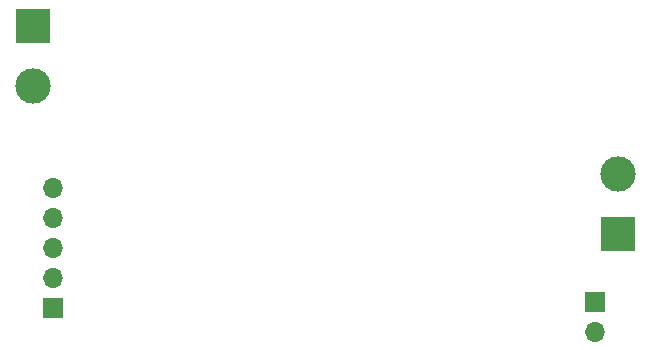
<source format=gbr>
%TF.GenerationSoftware,KiCad,Pcbnew,8.0.8*%
%TF.CreationDate,2025-05-27T14:26:27+07:00*%
%TF.ProjectId,WLC_TX15W_C1_V1.1,574c435f-5458-4313-9557-5f43315f5631,rev?*%
%TF.SameCoordinates,Original*%
%TF.FileFunction,Soldermask,Bot*%
%TF.FilePolarity,Negative*%
%FSLAX46Y46*%
G04 Gerber Fmt 4.6, Leading zero omitted, Abs format (unit mm)*
G04 Created by KiCad (PCBNEW 8.0.8) date 2025-05-27 14:26:27*
%MOMM*%
%LPD*%
G01*
G04 APERTURE LIST*
%ADD10R,1.700000X1.700000*%
%ADD11O,1.700000X1.700000*%
%ADD12R,3.000000X3.000000*%
%ADD13C,3.000000*%
G04 APERTURE END LIST*
D10*
%TO.C,TH2*%
X157100000Y-85725000D03*
D11*
X157100000Y-88265000D03*
%TD*%
D12*
%TO.C,L2*%
X159000000Y-80000000D03*
D13*
X159000000Y-74920000D03*
%TD*%
D10*
%TO.C,J1*%
X111200000Y-86275000D03*
D11*
X111200000Y-83735000D03*
X111200000Y-81195000D03*
X111200000Y-78655000D03*
X111200000Y-76115000D03*
%TD*%
D12*
%TO.C,J2*%
X109500000Y-62360000D03*
D13*
X109500000Y-67440000D03*
%TD*%
M02*

</source>
